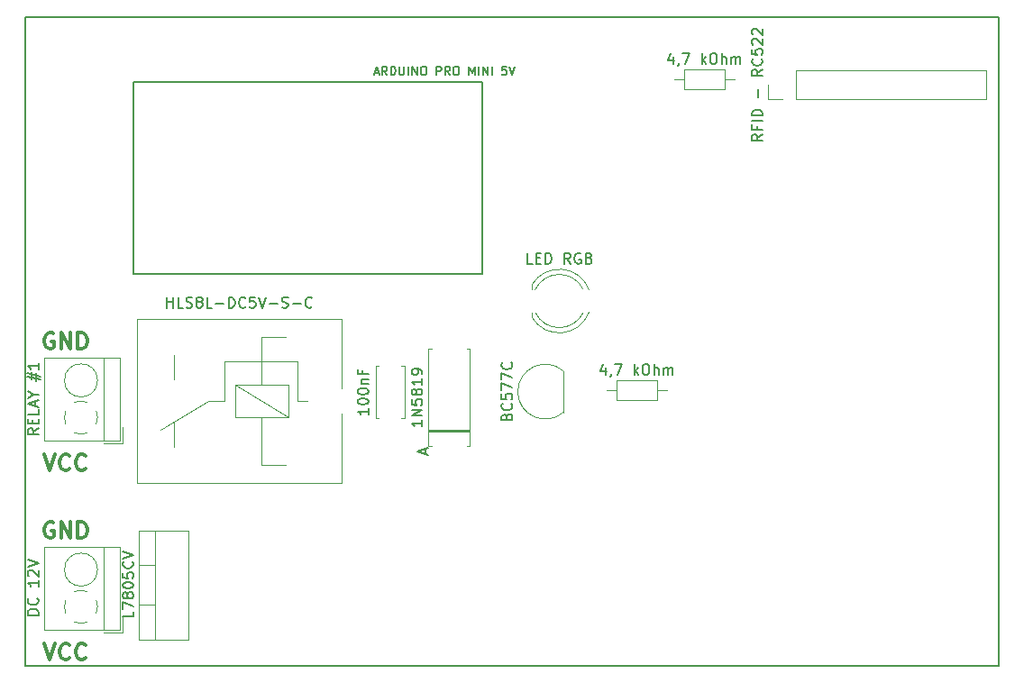
<source format=gbr>
G04 #@! TF.GenerationSoftware,KiCad,Pcbnew,(5.1.5)-3*
G04 #@! TF.CreationDate,2020-06-10T08:40:25+02:00*
G04 #@! TF.ProjectId,BOTLAND-2-KONTROLA-DOSTEPU,424f544c-414e-4442-9d32-2d4b4f4e5452,rev?*
G04 #@! TF.SameCoordinates,Original*
G04 #@! TF.FileFunction,Legend,Top*
G04 #@! TF.FilePolarity,Positive*
%FSLAX46Y46*%
G04 Gerber Fmt 4.6, Leading zero omitted, Abs format (unit mm)*
G04 Created by KiCad (PCBNEW (5.1.5)-3) date 2020-06-10 08:40:25*
%MOMM*%
%LPD*%
G04 APERTURE LIST*
%ADD10C,0.300000*%
%ADD11C,0.150000*%
%ADD12C,0.120000*%
%ADD13C,0.160000*%
G04 APERTURE END LIST*
D10*
X24670000Y-136338571D02*
X25170000Y-137838571D01*
X25670000Y-136338571D01*
X27027142Y-137695714D02*
X26955714Y-137767142D01*
X26741428Y-137838571D01*
X26598571Y-137838571D01*
X26384285Y-137767142D01*
X26241428Y-137624285D01*
X26170000Y-137481428D01*
X26098571Y-137195714D01*
X26098571Y-136981428D01*
X26170000Y-136695714D01*
X26241428Y-136552857D01*
X26384285Y-136410000D01*
X26598571Y-136338571D01*
X26741428Y-136338571D01*
X26955714Y-136410000D01*
X27027142Y-136481428D01*
X28527142Y-137695714D02*
X28455714Y-137767142D01*
X28241428Y-137838571D01*
X28098571Y-137838571D01*
X27884285Y-137767142D01*
X27741428Y-137624285D01*
X27670000Y-137481428D01*
X27598571Y-137195714D01*
X27598571Y-136981428D01*
X27670000Y-136695714D01*
X27741428Y-136552857D01*
X27884285Y-136410000D01*
X28098571Y-136338571D01*
X28241428Y-136338571D01*
X28455714Y-136410000D01*
X28527142Y-136481428D01*
X25527142Y-124980000D02*
X25384285Y-124908571D01*
X25170000Y-124908571D01*
X24955714Y-124980000D01*
X24812857Y-125122857D01*
X24741428Y-125265714D01*
X24670000Y-125551428D01*
X24670000Y-125765714D01*
X24741428Y-126051428D01*
X24812857Y-126194285D01*
X24955714Y-126337142D01*
X25170000Y-126408571D01*
X25312857Y-126408571D01*
X25527142Y-126337142D01*
X25598571Y-126265714D01*
X25598571Y-125765714D01*
X25312857Y-125765714D01*
X26241428Y-126408571D02*
X26241428Y-124908571D01*
X27098571Y-126408571D01*
X27098571Y-124908571D01*
X27812857Y-126408571D02*
X27812857Y-124908571D01*
X28170000Y-124908571D01*
X28384285Y-124980000D01*
X28527142Y-125122857D01*
X28598571Y-125265714D01*
X28670000Y-125551428D01*
X28670000Y-125765714D01*
X28598571Y-126051428D01*
X28527142Y-126194285D01*
X28384285Y-126337142D01*
X28170000Y-126408571D01*
X27812857Y-126408571D01*
D11*
X22860000Y-95250000D02*
X22860000Y-156210000D01*
X24130000Y-95250000D02*
X22860000Y-95250000D01*
X114300000Y-95250000D02*
X24130000Y-95250000D01*
X114300000Y-156210000D02*
X114300000Y-95250000D01*
X22860000Y-156210000D02*
X114300000Y-156210000D01*
D10*
X25527142Y-142760000D02*
X25384285Y-142688571D01*
X25170000Y-142688571D01*
X24955714Y-142760000D01*
X24812857Y-142902857D01*
X24741428Y-143045714D01*
X24670000Y-143331428D01*
X24670000Y-143545714D01*
X24741428Y-143831428D01*
X24812857Y-143974285D01*
X24955714Y-144117142D01*
X25170000Y-144188571D01*
X25312857Y-144188571D01*
X25527142Y-144117142D01*
X25598571Y-144045714D01*
X25598571Y-143545714D01*
X25312857Y-143545714D01*
X26241428Y-144188571D02*
X26241428Y-142688571D01*
X27098571Y-144188571D01*
X27098571Y-142688571D01*
X27812857Y-144188571D02*
X27812857Y-142688571D01*
X28170000Y-142688571D01*
X28384285Y-142760000D01*
X28527142Y-142902857D01*
X28598571Y-143045714D01*
X28670000Y-143331428D01*
X28670000Y-143545714D01*
X28598571Y-143831428D01*
X28527142Y-143974285D01*
X28384285Y-144117142D01*
X28170000Y-144188571D01*
X27812857Y-144188571D01*
X24670000Y-154118571D02*
X25170000Y-155618571D01*
X25670000Y-154118571D01*
X27027142Y-155475714D02*
X26955714Y-155547142D01*
X26741428Y-155618571D01*
X26598571Y-155618571D01*
X26384285Y-155547142D01*
X26241428Y-155404285D01*
X26170000Y-155261428D01*
X26098571Y-154975714D01*
X26098571Y-154761428D01*
X26170000Y-154475714D01*
X26241428Y-154332857D01*
X26384285Y-154190000D01*
X26598571Y-154118571D01*
X26741428Y-154118571D01*
X26955714Y-154190000D01*
X27027142Y-154261428D01*
X28527142Y-155475714D02*
X28455714Y-155547142D01*
X28241428Y-155618571D01*
X28098571Y-155618571D01*
X27884285Y-155547142D01*
X27741428Y-155404285D01*
X27670000Y-155261428D01*
X27598571Y-154975714D01*
X27598571Y-154761428D01*
X27670000Y-154475714D01*
X27741428Y-154332857D01*
X27884285Y-154190000D01*
X28098571Y-154118571D01*
X28241428Y-154118571D01*
X28455714Y-154190000D01*
X28527142Y-154261428D01*
D12*
X89524640Y-101112320D02*
X88574640Y-101112320D01*
X83784640Y-101112320D02*
X84734640Y-101112320D01*
X88574640Y-100192320D02*
X84734640Y-100192320D01*
X88574640Y-102032320D02*
X88574640Y-100192320D01*
X84734640Y-102032320D02*
X88574640Y-102032320D01*
X84734640Y-100192320D02*
X84734640Y-102032320D01*
X92650000Y-102930000D02*
X92650000Y-101600000D01*
X93980000Y-102930000D02*
X92650000Y-102930000D01*
X95250000Y-102930000D02*
X95250000Y-100270000D01*
X95250000Y-100270000D02*
X113090000Y-100270000D01*
X95250000Y-102930000D02*
X113090000Y-102930000D01*
X113090000Y-102930000D02*
X113090000Y-100270000D01*
X70465000Y-123000000D02*
X70465000Y-123465000D01*
X70465000Y-120375000D02*
X70465000Y-120840000D01*
X75279479Y-123000429D02*
G75*
G02X70770316Y-123000000I-2254479J1080429D01*
G01*
X75279479Y-120839571D02*
G75*
G03X70770316Y-120840000I-2254479J-1080429D01*
G01*
X75812815Y-123000827D02*
G75*
G02X70465000Y-123464830I-2787815J1080827D01*
G01*
X75812815Y-120839173D02*
G75*
G03X70465000Y-120375170I-2787815J-1080827D01*
G01*
D11*
X65786000Y-119380000D02*
X33020000Y-119380000D01*
X33020000Y-101346000D02*
X65786000Y-101346000D01*
X65786000Y-119380000D02*
X65786000Y-101346000D01*
X33020000Y-101346000D02*
X33020000Y-119380000D01*
D12*
X29657560Y-147157560D02*
G75*
G03X29657560Y-147157560I-1555000J0D01*
G01*
X30202560Y-152817560D02*
X30202560Y-144997560D01*
X24642560Y-152817560D02*
X24642560Y-144997560D01*
X31762560Y-152817560D02*
X31762560Y-144997560D01*
X24642560Y-152817560D02*
X31762560Y-152817560D01*
X24642560Y-144997560D02*
X31762560Y-144997560D01*
X30262560Y-153057560D02*
X32002560Y-153057560D01*
X32002560Y-153057560D02*
X32002560Y-151557560D01*
X29658052Y-150630549D02*
G75*
G02X29534560Y-151265560I-1555492J-27011D01*
G01*
X28710302Y-152089669D02*
G75*
G02X27494560Y-152089560I-607742J1432109D01*
G01*
X26670451Y-151265302D02*
G75*
G02X26670560Y-150049560I1432109J607742D01*
G01*
X27494818Y-149225451D02*
G75*
G02X28710560Y-149225560I607742J-1432109D01*
G01*
X29533945Y-150049973D02*
G75*
G02X29657560Y-150657560I-1431385J-607587D01*
G01*
X33560000Y-146739000D02*
X35070000Y-146739000D01*
X33560000Y-150440000D02*
X35070000Y-150440000D01*
X35070000Y-153710000D02*
X35070000Y-143470000D01*
X33560000Y-143470000D02*
X38201000Y-143470000D01*
X33560000Y-153710000D02*
X38201000Y-153710000D01*
X38201000Y-153710000D02*
X38201000Y-143470000D01*
X33560000Y-153710000D02*
X33560000Y-143470000D01*
X83174640Y-130322320D02*
X82224640Y-130322320D01*
X77434640Y-130322320D02*
X78384640Y-130322320D01*
X82224640Y-129402320D02*
X78384640Y-129402320D01*
X82224640Y-131242320D02*
X82224640Y-129402320D01*
X78384640Y-131242320D02*
X82224640Y-131242320D01*
X78384640Y-129402320D02*
X78384640Y-131242320D01*
X73409280Y-132377880D02*
X73409280Y-128527880D01*
X73399402Y-128489269D02*
G75*
G03X73409280Y-132377880I-1690122J-1948611D01*
G01*
X29657560Y-129377560D02*
G75*
G03X29657560Y-129377560I-1555000J0D01*
G01*
X30202560Y-135037560D02*
X30202560Y-127217560D01*
X24642560Y-135037560D02*
X24642560Y-127217560D01*
X31762560Y-135037560D02*
X31762560Y-127217560D01*
X24642560Y-135037560D02*
X31762560Y-135037560D01*
X24642560Y-127217560D02*
X31762560Y-127217560D01*
X30262560Y-135277560D02*
X32002560Y-135277560D01*
X32002560Y-135277560D02*
X32002560Y-133777560D01*
X29533945Y-132269973D02*
G75*
G02X29657560Y-132877560I-1431385J-607587D01*
G01*
X27494818Y-131445451D02*
G75*
G02X28710560Y-131445560I607742J-1432109D01*
G01*
X26670451Y-133485302D02*
G75*
G02X26670560Y-132269560I1432109J607742D01*
G01*
X28710302Y-134309669D02*
G75*
G02X27494560Y-134309560I-607742J1432109D01*
G01*
X29658052Y-132850549D02*
G75*
G02X29534560Y-133485560I-1555492J-27011D01*
G01*
X61037040Y-135557800D02*
X60707040Y-135557800D01*
X60707040Y-135557800D02*
X60707040Y-126417800D01*
X60707040Y-126417800D02*
X61037040Y-126417800D01*
X64317040Y-135557800D02*
X64647040Y-135557800D01*
X64647040Y-135557800D02*
X64647040Y-126417800D01*
X64647040Y-126417800D02*
X64317040Y-126417800D01*
X60707040Y-134102800D02*
X64647040Y-134102800D01*
X60707040Y-133982800D02*
X64647040Y-133982800D01*
X60707040Y-134222800D02*
X64647040Y-134222800D01*
X55769840Y-132944080D02*
X55769840Y-128004080D01*
X58509840Y-132944080D02*
X58509840Y-128004080D01*
X55769840Y-132944080D02*
X56084840Y-132944080D01*
X58194840Y-132944080D02*
X58509840Y-132944080D01*
X55769840Y-128004080D02*
X56084840Y-128004080D01*
X58194840Y-128004080D02*
X58509840Y-128004080D01*
X52559080Y-130107840D02*
X52559080Y-123607840D01*
X52559080Y-139007840D02*
X52559080Y-132507840D01*
X52559080Y-139007840D02*
X33359080Y-139007840D01*
X33359080Y-139007840D02*
X33359080Y-123607840D01*
X33359080Y-123607840D02*
X52559080Y-123607840D01*
X36859080Y-127007840D02*
X36859080Y-129307840D01*
X36859080Y-135607840D02*
X36859080Y-133307840D01*
X47359080Y-125307840D02*
X45059080Y-125307840D01*
X48459080Y-131307840D02*
X49359080Y-131307840D01*
X45059080Y-137307840D02*
X47359080Y-137307840D01*
X41559080Y-131307840D02*
X40059080Y-131307840D01*
X40059080Y-131307840D02*
X35559080Y-134007840D01*
X41559080Y-127607840D02*
X48459080Y-127607840D01*
X41559080Y-131307840D02*
X41559080Y-127607840D01*
X48459080Y-131307840D02*
X48459080Y-127607840D01*
X45059080Y-137307840D02*
X45059080Y-132807840D01*
X45059080Y-129807840D02*
X45059080Y-125307840D01*
X42559080Y-129807840D02*
X47559080Y-132807840D01*
X47559080Y-129807840D02*
X47559080Y-132807840D01*
X47559080Y-132807840D02*
X42559080Y-132807840D01*
X42559080Y-132807840D02*
X42559080Y-129807840D01*
X42559080Y-129807840D02*
X47559080Y-129807840D01*
D11*
X83702259Y-98978034D02*
X83702259Y-99644700D01*
X83464163Y-98597081D02*
X83226068Y-99311367D01*
X83845116Y-99311367D01*
X84273687Y-99597081D02*
X84273687Y-99644700D01*
X84226068Y-99739939D01*
X84178449Y-99787558D01*
X84607020Y-98644700D02*
X85273687Y-98644700D01*
X84845116Y-99644700D01*
X86416544Y-99644700D02*
X86416544Y-98644700D01*
X86511782Y-99263748D02*
X86797497Y-99644700D01*
X86797497Y-98978034D02*
X86416544Y-99358986D01*
X87416544Y-98644700D02*
X87607020Y-98644700D01*
X87702259Y-98692320D01*
X87797497Y-98787558D01*
X87845116Y-98978034D01*
X87845116Y-99311367D01*
X87797497Y-99501843D01*
X87702259Y-99597081D01*
X87607020Y-99644700D01*
X87416544Y-99644700D01*
X87321306Y-99597081D01*
X87226068Y-99501843D01*
X87178449Y-99311367D01*
X87178449Y-98978034D01*
X87226068Y-98787558D01*
X87321306Y-98692320D01*
X87416544Y-98644700D01*
X88273687Y-99644700D02*
X88273687Y-98644700D01*
X88702259Y-99644700D02*
X88702259Y-99120891D01*
X88654640Y-99025653D01*
X88559401Y-98978034D01*
X88416544Y-98978034D01*
X88321306Y-99025653D01*
X88273687Y-99073272D01*
X89178449Y-99644700D02*
X89178449Y-98978034D01*
X89178449Y-99073272D02*
X89226068Y-99025653D01*
X89321306Y-98978034D01*
X89464163Y-98978034D01*
X89559401Y-99025653D01*
X89607020Y-99120891D01*
X89607020Y-99644700D01*
X89607020Y-99120891D02*
X89654640Y-99025653D01*
X89749878Y-98978034D01*
X89892735Y-98978034D01*
X89987973Y-99025653D01*
X90035592Y-99120891D01*
X90035592Y-99644700D01*
X92102380Y-106266666D02*
X91626190Y-106600000D01*
X92102380Y-106838095D02*
X91102380Y-106838095D01*
X91102380Y-106457142D01*
X91150000Y-106361904D01*
X91197619Y-106314285D01*
X91292857Y-106266666D01*
X91435714Y-106266666D01*
X91530952Y-106314285D01*
X91578571Y-106361904D01*
X91626190Y-106457142D01*
X91626190Y-106838095D01*
X91578571Y-105504761D02*
X91578571Y-105838095D01*
X92102380Y-105838095D02*
X91102380Y-105838095D01*
X91102380Y-105361904D01*
X92102380Y-104980952D02*
X91102380Y-104980952D01*
X92102380Y-104504761D02*
X91102380Y-104504761D01*
X91102380Y-104266666D01*
X91150000Y-104123809D01*
X91245238Y-104028571D01*
X91340476Y-103980952D01*
X91530952Y-103933333D01*
X91673809Y-103933333D01*
X91864285Y-103980952D01*
X91959523Y-104028571D01*
X92054761Y-104123809D01*
X92102380Y-104266666D01*
X92102380Y-104504761D01*
X91721428Y-102742857D02*
X91721428Y-101980952D01*
X92102380Y-100171428D02*
X91626190Y-100504761D01*
X92102380Y-100742857D02*
X91102380Y-100742857D01*
X91102380Y-100361904D01*
X91150000Y-100266666D01*
X91197619Y-100219047D01*
X91292857Y-100171428D01*
X91435714Y-100171428D01*
X91530952Y-100219047D01*
X91578571Y-100266666D01*
X91626190Y-100361904D01*
X91626190Y-100742857D01*
X92007142Y-99171428D02*
X92054761Y-99219047D01*
X92102380Y-99361904D01*
X92102380Y-99457142D01*
X92054761Y-99600000D01*
X91959523Y-99695238D01*
X91864285Y-99742857D01*
X91673809Y-99790476D01*
X91530952Y-99790476D01*
X91340476Y-99742857D01*
X91245238Y-99695238D01*
X91150000Y-99600000D01*
X91102380Y-99457142D01*
X91102380Y-99361904D01*
X91150000Y-99219047D01*
X91197619Y-99171428D01*
X91102380Y-98266666D02*
X91102380Y-98742857D01*
X91578571Y-98790476D01*
X91530952Y-98742857D01*
X91483333Y-98647619D01*
X91483333Y-98409523D01*
X91530952Y-98314285D01*
X91578571Y-98266666D01*
X91673809Y-98219047D01*
X91911904Y-98219047D01*
X92007142Y-98266666D01*
X92054761Y-98314285D01*
X92102380Y-98409523D01*
X92102380Y-98647619D01*
X92054761Y-98742857D01*
X92007142Y-98790476D01*
X91197619Y-97838095D02*
X91150000Y-97790476D01*
X91102380Y-97695238D01*
X91102380Y-97457142D01*
X91150000Y-97361904D01*
X91197619Y-97314285D01*
X91292857Y-97266666D01*
X91388095Y-97266666D01*
X91530952Y-97314285D01*
X92102380Y-97885714D01*
X92102380Y-97266666D01*
X91197619Y-96885714D02*
X91150000Y-96838095D01*
X91102380Y-96742857D01*
X91102380Y-96504761D01*
X91150000Y-96409523D01*
X91197619Y-96361904D01*
X91292857Y-96314285D01*
X91388095Y-96314285D01*
X91530952Y-96361904D01*
X92102380Y-96933333D01*
X92102380Y-96314285D01*
X70501190Y-118412380D02*
X70025000Y-118412380D01*
X70025000Y-117412380D01*
X70834523Y-117888571D02*
X71167857Y-117888571D01*
X71310714Y-118412380D02*
X70834523Y-118412380D01*
X70834523Y-117412380D01*
X71310714Y-117412380D01*
X71739285Y-118412380D02*
X71739285Y-117412380D01*
X71977380Y-117412380D01*
X72120238Y-117460000D01*
X72215476Y-117555238D01*
X72263095Y-117650476D01*
X72310714Y-117840952D01*
X72310714Y-117983809D01*
X72263095Y-118174285D01*
X72215476Y-118269523D01*
X72120238Y-118364761D01*
X71977380Y-118412380D01*
X71739285Y-118412380D01*
X74072619Y-118412380D02*
X73739285Y-117936190D01*
X73501190Y-118412380D02*
X73501190Y-117412380D01*
X73882142Y-117412380D01*
X73977380Y-117460000D01*
X74025000Y-117507619D01*
X74072619Y-117602857D01*
X74072619Y-117745714D01*
X74025000Y-117840952D01*
X73977380Y-117888571D01*
X73882142Y-117936190D01*
X73501190Y-117936190D01*
X75025000Y-117460000D02*
X74929761Y-117412380D01*
X74786904Y-117412380D01*
X74644047Y-117460000D01*
X74548809Y-117555238D01*
X74501190Y-117650476D01*
X74453571Y-117840952D01*
X74453571Y-117983809D01*
X74501190Y-118174285D01*
X74548809Y-118269523D01*
X74644047Y-118364761D01*
X74786904Y-118412380D01*
X74882142Y-118412380D01*
X75025000Y-118364761D01*
X75072619Y-118317142D01*
X75072619Y-117983809D01*
X74882142Y-117983809D01*
X75834523Y-117888571D02*
X75977380Y-117936190D01*
X76025000Y-117983809D01*
X76072619Y-118079047D01*
X76072619Y-118221904D01*
X76025000Y-118317142D01*
X75977380Y-118364761D01*
X75882142Y-118412380D01*
X75501190Y-118412380D01*
X75501190Y-117412380D01*
X75834523Y-117412380D01*
X75929761Y-117460000D01*
X75977380Y-117507619D01*
X76025000Y-117602857D01*
X76025000Y-117698095D01*
X75977380Y-117793333D01*
X75929761Y-117840952D01*
X75834523Y-117888571D01*
X75501190Y-117888571D01*
D13*
X55677619Y-100463333D02*
X56058571Y-100463333D01*
X55601428Y-100691904D02*
X55868095Y-99891904D01*
X56134761Y-100691904D01*
X56858571Y-100691904D02*
X56591904Y-100310952D01*
X56401428Y-100691904D02*
X56401428Y-99891904D01*
X56706190Y-99891904D01*
X56782380Y-99930000D01*
X56820476Y-99968095D01*
X56858571Y-100044285D01*
X56858571Y-100158571D01*
X56820476Y-100234761D01*
X56782380Y-100272857D01*
X56706190Y-100310952D01*
X56401428Y-100310952D01*
X57201428Y-100691904D02*
X57201428Y-99891904D01*
X57391904Y-99891904D01*
X57506190Y-99930000D01*
X57582380Y-100006190D01*
X57620476Y-100082380D01*
X57658571Y-100234761D01*
X57658571Y-100349047D01*
X57620476Y-100501428D01*
X57582380Y-100577619D01*
X57506190Y-100653809D01*
X57391904Y-100691904D01*
X57201428Y-100691904D01*
X58001428Y-99891904D02*
X58001428Y-100539523D01*
X58039523Y-100615714D01*
X58077619Y-100653809D01*
X58153809Y-100691904D01*
X58306190Y-100691904D01*
X58382380Y-100653809D01*
X58420476Y-100615714D01*
X58458571Y-100539523D01*
X58458571Y-99891904D01*
X58839523Y-100691904D02*
X58839523Y-99891904D01*
X59220476Y-100691904D02*
X59220476Y-99891904D01*
X59677619Y-100691904D01*
X59677619Y-99891904D01*
X60210952Y-99891904D02*
X60363333Y-99891904D01*
X60439523Y-99930000D01*
X60515714Y-100006190D01*
X60553809Y-100158571D01*
X60553809Y-100425238D01*
X60515714Y-100577619D01*
X60439523Y-100653809D01*
X60363333Y-100691904D01*
X60210952Y-100691904D01*
X60134761Y-100653809D01*
X60058571Y-100577619D01*
X60020476Y-100425238D01*
X60020476Y-100158571D01*
X60058571Y-100006190D01*
X60134761Y-99930000D01*
X60210952Y-99891904D01*
X61506190Y-100691904D02*
X61506190Y-99891904D01*
X61810952Y-99891904D01*
X61887142Y-99930000D01*
X61925238Y-99968095D01*
X61963333Y-100044285D01*
X61963333Y-100158571D01*
X61925238Y-100234761D01*
X61887142Y-100272857D01*
X61810952Y-100310952D01*
X61506190Y-100310952D01*
X62763333Y-100691904D02*
X62496666Y-100310952D01*
X62306190Y-100691904D02*
X62306190Y-99891904D01*
X62610952Y-99891904D01*
X62687142Y-99930000D01*
X62725238Y-99968095D01*
X62763333Y-100044285D01*
X62763333Y-100158571D01*
X62725238Y-100234761D01*
X62687142Y-100272857D01*
X62610952Y-100310952D01*
X62306190Y-100310952D01*
X63258571Y-99891904D02*
X63410952Y-99891904D01*
X63487142Y-99930000D01*
X63563333Y-100006190D01*
X63601428Y-100158571D01*
X63601428Y-100425238D01*
X63563333Y-100577619D01*
X63487142Y-100653809D01*
X63410952Y-100691904D01*
X63258571Y-100691904D01*
X63182380Y-100653809D01*
X63106190Y-100577619D01*
X63068095Y-100425238D01*
X63068095Y-100158571D01*
X63106190Y-100006190D01*
X63182380Y-99930000D01*
X63258571Y-99891904D01*
X64553809Y-100691904D02*
X64553809Y-99891904D01*
X64820476Y-100463333D01*
X65087142Y-99891904D01*
X65087142Y-100691904D01*
X65468095Y-100691904D02*
X65468095Y-99891904D01*
X65849047Y-100691904D02*
X65849047Y-99891904D01*
X66306190Y-100691904D01*
X66306190Y-99891904D01*
X66687142Y-100691904D02*
X66687142Y-99891904D01*
X68058571Y-99891904D02*
X67677619Y-99891904D01*
X67639523Y-100272857D01*
X67677619Y-100234761D01*
X67753809Y-100196666D01*
X67944285Y-100196666D01*
X68020476Y-100234761D01*
X68058571Y-100272857D01*
X68096666Y-100349047D01*
X68096666Y-100539523D01*
X68058571Y-100615714D01*
X68020476Y-100653809D01*
X67944285Y-100691904D01*
X67753809Y-100691904D01*
X67677619Y-100653809D01*
X67639523Y-100615714D01*
X68325238Y-99891904D02*
X68591904Y-100691904D01*
X68858571Y-99891904D01*
D11*
X24094940Y-151431369D02*
X23094940Y-151431369D01*
X23094940Y-151193274D01*
X23142560Y-151050417D01*
X23237798Y-150955179D01*
X23333036Y-150907560D01*
X23523512Y-150859940D01*
X23666369Y-150859940D01*
X23856845Y-150907560D01*
X23952083Y-150955179D01*
X24047321Y-151050417D01*
X24094940Y-151193274D01*
X24094940Y-151431369D01*
X23999702Y-149859940D02*
X24047321Y-149907560D01*
X24094940Y-150050417D01*
X24094940Y-150145655D01*
X24047321Y-150288512D01*
X23952083Y-150383750D01*
X23856845Y-150431369D01*
X23666369Y-150478988D01*
X23523512Y-150478988D01*
X23333036Y-150431369D01*
X23237798Y-150383750D01*
X23142560Y-150288512D01*
X23094940Y-150145655D01*
X23094940Y-150050417D01*
X23142560Y-149907560D01*
X23190179Y-149859940D01*
X24094940Y-148145655D02*
X24094940Y-148717083D01*
X24094940Y-148431369D02*
X23094940Y-148431369D01*
X23237798Y-148526607D01*
X23333036Y-148621845D01*
X23380655Y-148717083D01*
X23190179Y-147764702D02*
X23142560Y-147717083D01*
X23094940Y-147621845D01*
X23094940Y-147383750D01*
X23142560Y-147288512D01*
X23190179Y-147240893D01*
X23285417Y-147193274D01*
X23380655Y-147193274D01*
X23523512Y-147240893D01*
X24094940Y-147812321D01*
X24094940Y-147193274D01*
X23094940Y-146907560D02*
X24094940Y-146574226D01*
X23094940Y-146240893D01*
X33012380Y-151113809D02*
X33012380Y-151590000D01*
X32012380Y-151590000D01*
X32012380Y-150875714D02*
X32012380Y-150209047D01*
X33012380Y-150637619D01*
X32440952Y-149685238D02*
X32393333Y-149780476D01*
X32345714Y-149828095D01*
X32250476Y-149875714D01*
X32202857Y-149875714D01*
X32107619Y-149828095D01*
X32060000Y-149780476D01*
X32012380Y-149685238D01*
X32012380Y-149494761D01*
X32060000Y-149399523D01*
X32107619Y-149351904D01*
X32202857Y-149304285D01*
X32250476Y-149304285D01*
X32345714Y-149351904D01*
X32393333Y-149399523D01*
X32440952Y-149494761D01*
X32440952Y-149685238D01*
X32488571Y-149780476D01*
X32536190Y-149828095D01*
X32631428Y-149875714D01*
X32821904Y-149875714D01*
X32917142Y-149828095D01*
X32964761Y-149780476D01*
X33012380Y-149685238D01*
X33012380Y-149494761D01*
X32964761Y-149399523D01*
X32917142Y-149351904D01*
X32821904Y-149304285D01*
X32631428Y-149304285D01*
X32536190Y-149351904D01*
X32488571Y-149399523D01*
X32440952Y-149494761D01*
X32012380Y-148685238D02*
X32012380Y-148590000D01*
X32060000Y-148494761D01*
X32107619Y-148447142D01*
X32202857Y-148399523D01*
X32393333Y-148351904D01*
X32631428Y-148351904D01*
X32821904Y-148399523D01*
X32917142Y-148447142D01*
X32964761Y-148494761D01*
X33012380Y-148590000D01*
X33012380Y-148685238D01*
X32964761Y-148780476D01*
X32917142Y-148828095D01*
X32821904Y-148875714D01*
X32631428Y-148923333D01*
X32393333Y-148923333D01*
X32202857Y-148875714D01*
X32107619Y-148828095D01*
X32060000Y-148780476D01*
X32012380Y-148685238D01*
X32012380Y-147447142D02*
X32012380Y-147923333D01*
X32488571Y-147970952D01*
X32440952Y-147923333D01*
X32393333Y-147828095D01*
X32393333Y-147590000D01*
X32440952Y-147494761D01*
X32488571Y-147447142D01*
X32583809Y-147399523D01*
X32821904Y-147399523D01*
X32917142Y-147447142D01*
X32964761Y-147494761D01*
X33012380Y-147590000D01*
X33012380Y-147828095D01*
X32964761Y-147923333D01*
X32917142Y-147970952D01*
X32917142Y-146399523D02*
X32964761Y-146447142D01*
X33012380Y-146590000D01*
X33012380Y-146685238D01*
X32964761Y-146828095D01*
X32869523Y-146923333D01*
X32774285Y-146970952D01*
X32583809Y-147018571D01*
X32440952Y-147018571D01*
X32250476Y-146970952D01*
X32155238Y-146923333D01*
X32060000Y-146828095D01*
X32012380Y-146685238D01*
X32012380Y-146590000D01*
X32060000Y-146447142D01*
X32107619Y-146399523D01*
X32012380Y-146113809D02*
X33012380Y-145780476D01*
X32012380Y-145447142D01*
X77352259Y-128188034D02*
X77352259Y-128854700D01*
X77114163Y-127807081D02*
X76876068Y-128521367D01*
X77495116Y-128521367D01*
X77923687Y-128807081D02*
X77923687Y-128854700D01*
X77876068Y-128949939D01*
X77828449Y-128997558D01*
X78257020Y-127854700D02*
X78923687Y-127854700D01*
X78495116Y-128854700D01*
X80066544Y-128854700D02*
X80066544Y-127854700D01*
X80161782Y-128473748D02*
X80447497Y-128854700D01*
X80447497Y-128188034D02*
X80066544Y-128568986D01*
X81066544Y-127854700D02*
X81257020Y-127854700D01*
X81352259Y-127902320D01*
X81447497Y-127997558D01*
X81495116Y-128188034D01*
X81495116Y-128521367D01*
X81447497Y-128711843D01*
X81352259Y-128807081D01*
X81257020Y-128854700D01*
X81066544Y-128854700D01*
X80971306Y-128807081D01*
X80876068Y-128711843D01*
X80828449Y-128521367D01*
X80828449Y-128188034D01*
X80876068Y-127997558D01*
X80971306Y-127902320D01*
X81066544Y-127854700D01*
X81923687Y-128854700D02*
X81923687Y-127854700D01*
X82352259Y-128854700D02*
X82352259Y-128330891D01*
X82304640Y-128235653D01*
X82209401Y-128188034D01*
X82066544Y-128188034D01*
X81971306Y-128235653D01*
X81923687Y-128283272D01*
X82828449Y-128854700D02*
X82828449Y-128188034D01*
X82828449Y-128283272D02*
X82876068Y-128235653D01*
X82971306Y-128188034D01*
X83114163Y-128188034D01*
X83209401Y-128235653D01*
X83257020Y-128330891D01*
X83257020Y-128854700D01*
X83257020Y-128330891D02*
X83304640Y-128235653D01*
X83399878Y-128188034D01*
X83542735Y-128188034D01*
X83637973Y-128235653D01*
X83685592Y-128330891D01*
X83685592Y-128854700D01*
X68077851Y-132795022D02*
X68125470Y-132652165D01*
X68173089Y-132604546D01*
X68268327Y-132556927D01*
X68411184Y-132556927D01*
X68506422Y-132604546D01*
X68554041Y-132652165D01*
X68601660Y-132747403D01*
X68601660Y-133128356D01*
X67601660Y-133128356D01*
X67601660Y-132795022D01*
X67649280Y-132699784D01*
X67696899Y-132652165D01*
X67792137Y-132604546D01*
X67887375Y-132604546D01*
X67982613Y-132652165D01*
X68030232Y-132699784D01*
X68077851Y-132795022D01*
X68077851Y-133128356D01*
X68506422Y-131556927D02*
X68554041Y-131604546D01*
X68601660Y-131747403D01*
X68601660Y-131842641D01*
X68554041Y-131985499D01*
X68458803Y-132080737D01*
X68363565Y-132128356D01*
X68173089Y-132175975D01*
X68030232Y-132175975D01*
X67839756Y-132128356D01*
X67744518Y-132080737D01*
X67649280Y-131985499D01*
X67601660Y-131842641D01*
X67601660Y-131747403D01*
X67649280Y-131604546D01*
X67696899Y-131556927D01*
X67601660Y-130652165D02*
X67601660Y-131128356D01*
X68077851Y-131175975D01*
X68030232Y-131128356D01*
X67982613Y-131033118D01*
X67982613Y-130795022D01*
X68030232Y-130699784D01*
X68077851Y-130652165D01*
X68173089Y-130604546D01*
X68411184Y-130604546D01*
X68506422Y-130652165D01*
X68554041Y-130699784D01*
X68601660Y-130795022D01*
X68601660Y-131033118D01*
X68554041Y-131128356D01*
X68506422Y-131175975D01*
X67601660Y-130271213D02*
X67601660Y-129604546D01*
X68601660Y-130033118D01*
X67601660Y-129318832D02*
X67601660Y-128652165D01*
X68601660Y-129080737D01*
X68506422Y-127699784D02*
X68554041Y-127747403D01*
X68601660Y-127890260D01*
X68601660Y-127985499D01*
X68554041Y-128128356D01*
X68458803Y-128223594D01*
X68363565Y-128271213D01*
X68173089Y-128318832D01*
X68030232Y-128318832D01*
X67839756Y-128271213D01*
X67744518Y-128223594D01*
X67649280Y-128128356D01*
X67601660Y-127985499D01*
X67601660Y-127890260D01*
X67649280Y-127747403D01*
X67696899Y-127699784D01*
X24094940Y-133889464D02*
X23618750Y-134222798D01*
X24094940Y-134460893D02*
X23094940Y-134460893D01*
X23094940Y-134079940D01*
X23142560Y-133984702D01*
X23190179Y-133937083D01*
X23285417Y-133889464D01*
X23428274Y-133889464D01*
X23523512Y-133937083D01*
X23571131Y-133984702D01*
X23618750Y-134079940D01*
X23618750Y-134460893D01*
X23571131Y-133460893D02*
X23571131Y-133127560D01*
X24094940Y-132984702D02*
X24094940Y-133460893D01*
X23094940Y-133460893D01*
X23094940Y-132984702D01*
X24094940Y-132079940D02*
X24094940Y-132556131D01*
X23094940Y-132556131D01*
X23809226Y-131794226D02*
X23809226Y-131318036D01*
X24094940Y-131889464D02*
X23094940Y-131556131D01*
X24094940Y-131222798D01*
X23618750Y-130698988D02*
X24094940Y-130698988D01*
X23094940Y-131032321D02*
X23618750Y-130698988D01*
X23094940Y-130365655D01*
X23428274Y-129318036D02*
X23428274Y-128603750D01*
X22999702Y-129032321D02*
X24285417Y-129318036D01*
X23856845Y-128698988D02*
X23856845Y-129413274D01*
X24285417Y-128984702D02*
X22999702Y-128698988D01*
X24094940Y-127746607D02*
X24094940Y-128318036D01*
X24094940Y-128032321D02*
X23094940Y-128032321D01*
X23237798Y-128127560D01*
X23333036Y-128222798D01*
X23380655Y-128318036D01*
X60159420Y-133130657D02*
X60159420Y-133702085D01*
X60159420Y-133416371D02*
X59159420Y-133416371D01*
X59302278Y-133511609D01*
X59397516Y-133606847D01*
X59445135Y-133702085D01*
X60159420Y-132702085D02*
X59159420Y-132702085D01*
X60159420Y-132130657D01*
X59159420Y-132130657D01*
X59159420Y-131178276D02*
X59159420Y-131654466D01*
X59635611Y-131702085D01*
X59587992Y-131654466D01*
X59540373Y-131559228D01*
X59540373Y-131321133D01*
X59587992Y-131225895D01*
X59635611Y-131178276D01*
X59730849Y-131130657D01*
X59968944Y-131130657D01*
X60064182Y-131178276D01*
X60111801Y-131225895D01*
X60159420Y-131321133D01*
X60159420Y-131559228D01*
X60111801Y-131654466D01*
X60064182Y-131702085D01*
X59587992Y-130559228D02*
X59540373Y-130654466D01*
X59492754Y-130702085D01*
X59397516Y-130749704D01*
X59349897Y-130749704D01*
X59254659Y-130702085D01*
X59207040Y-130654466D01*
X59159420Y-130559228D01*
X59159420Y-130368752D01*
X59207040Y-130273514D01*
X59254659Y-130225895D01*
X59349897Y-130178276D01*
X59397516Y-130178276D01*
X59492754Y-130225895D01*
X59540373Y-130273514D01*
X59587992Y-130368752D01*
X59587992Y-130559228D01*
X59635611Y-130654466D01*
X59683230Y-130702085D01*
X59778468Y-130749704D01*
X59968944Y-130749704D01*
X60064182Y-130702085D01*
X60111801Y-130654466D01*
X60159420Y-130559228D01*
X60159420Y-130368752D01*
X60111801Y-130273514D01*
X60064182Y-130225895D01*
X59968944Y-130178276D01*
X59778468Y-130178276D01*
X59683230Y-130225895D01*
X59635611Y-130273514D01*
X59587992Y-130368752D01*
X60159420Y-129225895D02*
X60159420Y-129797323D01*
X60159420Y-129511609D02*
X59159420Y-129511609D01*
X59302278Y-129606847D01*
X59397516Y-129702085D01*
X59445135Y-129797323D01*
X60159420Y-128749704D02*
X60159420Y-128559228D01*
X60111801Y-128463990D01*
X60064182Y-128416371D01*
X59921325Y-128321133D01*
X59730849Y-128273514D01*
X59349897Y-128273514D01*
X59254659Y-128321133D01*
X59207040Y-128368752D01*
X59159420Y-128463990D01*
X59159420Y-128654466D01*
X59207040Y-128749704D01*
X59254659Y-128797323D01*
X59349897Y-128844942D01*
X59587992Y-128844942D01*
X59683230Y-128797323D01*
X59730849Y-128749704D01*
X59778468Y-128654466D01*
X59778468Y-128463990D01*
X59730849Y-128368752D01*
X59683230Y-128321133D01*
X59587992Y-128273514D01*
X60443706Y-136305895D02*
X60443706Y-135829704D01*
X60729420Y-136401133D02*
X59729420Y-136067800D01*
X60729420Y-135734466D01*
X55092220Y-132021699D02*
X55092220Y-132593127D01*
X55092220Y-132307413D02*
X54092220Y-132307413D01*
X54235078Y-132402651D01*
X54330316Y-132497889D01*
X54377935Y-132593127D01*
X54092220Y-131402651D02*
X54092220Y-131307413D01*
X54139840Y-131212175D01*
X54187459Y-131164556D01*
X54282697Y-131116937D01*
X54473173Y-131069318D01*
X54711268Y-131069318D01*
X54901744Y-131116937D01*
X54996982Y-131164556D01*
X55044601Y-131212175D01*
X55092220Y-131307413D01*
X55092220Y-131402651D01*
X55044601Y-131497889D01*
X54996982Y-131545508D01*
X54901744Y-131593127D01*
X54711268Y-131640746D01*
X54473173Y-131640746D01*
X54282697Y-131593127D01*
X54187459Y-131545508D01*
X54139840Y-131497889D01*
X54092220Y-131402651D01*
X54092220Y-130450270D02*
X54092220Y-130355032D01*
X54139840Y-130259794D01*
X54187459Y-130212175D01*
X54282697Y-130164556D01*
X54473173Y-130116937D01*
X54711268Y-130116937D01*
X54901744Y-130164556D01*
X54996982Y-130212175D01*
X55044601Y-130259794D01*
X55092220Y-130355032D01*
X55092220Y-130450270D01*
X55044601Y-130545508D01*
X54996982Y-130593127D01*
X54901744Y-130640746D01*
X54711268Y-130688365D01*
X54473173Y-130688365D01*
X54282697Y-130640746D01*
X54187459Y-130593127D01*
X54139840Y-130545508D01*
X54092220Y-130450270D01*
X54425554Y-129688365D02*
X55092220Y-129688365D01*
X54520792Y-129688365D02*
X54473173Y-129640746D01*
X54425554Y-129545508D01*
X54425554Y-129402651D01*
X54473173Y-129307413D01*
X54568411Y-129259794D01*
X55092220Y-129259794D01*
X54568411Y-128450270D02*
X54568411Y-128783603D01*
X55092220Y-128783603D02*
X54092220Y-128783603D01*
X54092220Y-128307413D01*
X36173365Y-122560220D02*
X36173365Y-121560220D01*
X36173365Y-122036411D02*
X36744794Y-122036411D01*
X36744794Y-122560220D02*
X36744794Y-121560220D01*
X37697175Y-122560220D02*
X37220984Y-122560220D01*
X37220984Y-121560220D01*
X37982889Y-122512601D02*
X38125746Y-122560220D01*
X38363841Y-122560220D01*
X38459080Y-122512601D01*
X38506699Y-122464982D01*
X38554318Y-122369744D01*
X38554318Y-122274506D01*
X38506699Y-122179268D01*
X38459080Y-122131649D01*
X38363841Y-122084030D01*
X38173365Y-122036411D01*
X38078127Y-121988792D01*
X38030508Y-121941173D01*
X37982889Y-121845935D01*
X37982889Y-121750697D01*
X38030508Y-121655459D01*
X38078127Y-121607840D01*
X38173365Y-121560220D01*
X38411460Y-121560220D01*
X38554318Y-121607840D01*
X39125746Y-121988792D02*
X39030508Y-121941173D01*
X38982889Y-121893554D01*
X38935270Y-121798316D01*
X38935270Y-121750697D01*
X38982889Y-121655459D01*
X39030508Y-121607840D01*
X39125746Y-121560220D01*
X39316222Y-121560220D01*
X39411460Y-121607840D01*
X39459080Y-121655459D01*
X39506699Y-121750697D01*
X39506699Y-121798316D01*
X39459080Y-121893554D01*
X39411460Y-121941173D01*
X39316222Y-121988792D01*
X39125746Y-121988792D01*
X39030508Y-122036411D01*
X38982889Y-122084030D01*
X38935270Y-122179268D01*
X38935270Y-122369744D01*
X38982889Y-122464982D01*
X39030508Y-122512601D01*
X39125746Y-122560220D01*
X39316222Y-122560220D01*
X39411460Y-122512601D01*
X39459080Y-122464982D01*
X39506699Y-122369744D01*
X39506699Y-122179268D01*
X39459080Y-122084030D01*
X39411460Y-122036411D01*
X39316222Y-121988792D01*
X40411460Y-122560220D02*
X39935270Y-122560220D01*
X39935270Y-121560220D01*
X40744794Y-122179268D02*
X41506699Y-122179268D01*
X41982889Y-122560220D02*
X41982889Y-121560220D01*
X42220984Y-121560220D01*
X42363841Y-121607840D01*
X42459080Y-121703078D01*
X42506699Y-121798316D01*
X42554318Y-121988792D01*
X42554318Y-122131649D01*
X42506699Y-122322125D01*
X42459080Y-122417363D01*
X42363841Y-122512601D01*
X42220984Y-122560220D01*
X41982889Y-122560220D01*
X43554318Y-122464982D02*
X43506699Y-122512601D01*
X43363841Y-122560220D01*
X43268603Y-122560220D01*
X43125746Y-122512601D01*
X43030508Y-122417363D01*
X42982889Y-122322125D01*
X42935270Y-122131649D01*
X42935270Y-121988792D01*
X42982889Y-121798316D01*
X43030508Y-121703078D01*
X43125746Y-121607840D01*
X43268603Y-121560220D01*
X43363841Y-121560220D01*
X43506699Y-121607840D01*
X43554318Y-121655459D01*
X44459080Y-121560220D02*
X43982889Y-121560220D01*
X43935270Y-122036411D01*
X43982889Y-121988792D01*
X44078127Y-121941173D01*
X44316222Y-121941173D01*
X44411460Y-121988792D01*
X44459080Y-122036411D01*
X44506699Y-122131649D01*
X44506699Y-122369744D01*
X44459080Y-122464982D01*
X44411460Y-122512601D01*
X44316222Y-122560220D01*
X44078127Y-122560220D01*
X43982889Y-122512601D01*
X43935270Y-122464982D01*
X44792413Y-121560220D02*
X45125746Y-122560220D01*
X45459080Y-121560220D01*
X45792413Y-122179268D02*
X46554318Y-122179268D01*
X46982889Y-122512601D02*
X47125746Y-122560220D01*
X47363841Y-122560220D01*
X47459080Y-122512601D01*
X47506699Y-122464982D01*
X47554318Y-122369744D01*
X47554318Y-122274506D01*
X47506699Y-122179268D01*
X47459080Y-122131649D01*
X47363841Y-122084030D01*
X47173365Y-122036411D01*
X47078127Y-121988792D01*
X47030508Y-121941173D01*
X46982889Y-121845935D01*
X46982889Y-121750697D01*
X47030508Y-121655459D01*
X47078127Y-121607840D01*
X47173365Y-121560220D01*
X47411460Y-121560220D01*
X47554318Y-121607840D01*
X47982889Y-122179268D02*
X48744794Y-122179268D01*
X49792413Y-122464982D02*
X49744794Y-122512601D01*
X49601937Y-122560220D01*
X49506699Y-122560220D01*
X49363841Y-122512601D01*
X49268603Y-122417363D01*
X49220984Y-122322125D01*
X49173365Y-122131649D01*
X49173365Y-121988792D01*
X49220984Y-121798316D01*
X49268603Y-121703078D01*
X49363841Y-121607840D01*
X49506699Y-121560220D01*
X49601937Y-121560220D01*
X49744794Y-121607840D01*
X49792413Y-121655459D01*
M02*

</source>
